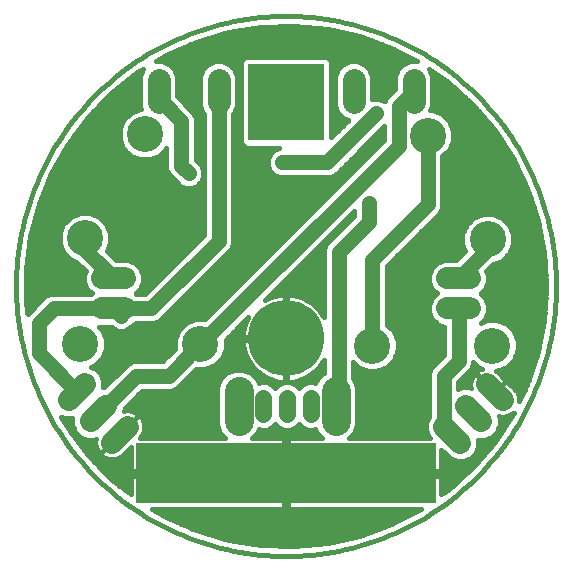
<source format=gbl>
G75*
%MOIN*%
%OFA0B0*%
%FSLAX25Y25*%
%IPPOS*%
%LPD*%
%AMOC8*
5,1,8,0,0,1.08239X$1,22.5*
%
%ADD10C,0.01600*%
%ADD11C,0.07400*%
%ADD12C,0.12000*%
%ADD13C,0.07600*%
%ADD14R,0.25400X0.25400*%
%ADD15C,0.25400*%
%ADD16R,1.00000X0.20000*%
%ADD17C,0.09744*%
%ADD18C,0.05543*%
%ADD19C,0.05000*%
%ADD20OC8,0.03562*%
%ADD21OC8,0.09000*%
%ADD22R,0.03562X0.03562*%
D10*
X0033496Y0032614D02*
X0093508Y0032614D01*
X0093508Y0032634D02*
X0093508Y0031034D01*
X0042508Y0031034D01*
X0042508Y0024850D01*
X0035953Y0030078D01*
X0028215Y0038068D01*
X0021562Y0046981D01*
X0019406Y0050811D01*
X0020908Y0050189D01*
X0023092Y0050189D01*
X0023092Y0048004D01*
X0024021Y0045762D01*
X0025737Y0044046D01*
X0027979Y0043117D01*
X0030405Y0043117D01*
X0030879Y0043314D01*
X0030763Y0042579D01*
X0030763Y0041714D01*
X0030899Y0040858D01*
X0031166Y0040035D01*
X0031559Y0039264D01*
X0032068Y0038563D01*
X0032374Y0038257D01*
X0032680Y0037951D01*
X0033380Y0037442D01*
X0034152Y0037049D01*
X0034975Y0036782D01*
X0035830Y0036646D01*
X0036696Y0036646D01*
X0037551Y0036782D01*
X0038374Y0037049D01*
X0039146Y0037442D01*
X0039846Y0037951D01*
X0042508Y0040613D01*
X0042508Y0032634D01*
X0093508Y0032634D01*
X0093508Y0043634D01*
X0082981Y0043634D01*
X0084690Y0045342D01*
X0085218Y0046617D01*
X0085764Y0046390D01*
X0087821Y0046390D01*
X0089722Y0047178D01*
X0090730Y0048185D01*
X0091737Y0047178D01*
X0093638Y0046390D01*
X0095695Y0046390D01*
X0097596Y0047178D01*
X0098604Y0048185D01*
X0099611Y0047178D01*
X0101512Y0046390D01*
X0103569Y0046390D01*
X0104116Y0046617D01*
X0104643Y0045342D01*
X0106352Y0043634D01*
X0095108Y0043634D01*
X0095108Y0032634D01*
X0093508Y0032634D01*
X0093508Y0034213D02*
X0095108Y0034213D01*
X0095108Y0032634D02*
X0146108Y0032634D01*
X0146108Y0039765D01*
X0148898Y0036975D01*
X0151140Y0036046D01*
X0153567Y0036046D01*
X0155809Y0036975D01*
X0157525Y0038691D01*
X0158454Y0040933D01*
X0158454Y0043117D01*
X0160638Y0043117D01*
X0162880Y0044046D01*
X0164596Y0045762D01*
X0165525Y0048004D01*
X0165525Y0050431D01*
X0165328Y0050905D01*
X0166063Y0050789D01*
X0166929Y0050789D01*
X0167784Y0050924D01*
X0168607Y0051191D01*
X0169378Y0051585D01*
X0170079Y0052093D01*
X0170138Y0052152D01*
X0169939Y0051739D01*
X0163871Y0042418D01*
X0156661Y0033949D01*
X0148427Y0026471D01*
X0146108Y0024853D01*
X0146108Y0031034D01*
X0095108Y0031034D01*
X0095108Y0020034D01*
X0139164Y0020034D01*
X0129444Y0014963D01*
X0119005Y0011121D01*
X0108162Y0008646D01*
X0097090Y0007578D01*
X0085974Y0007935D01*
X0074994Y0009710D01*
X0064331Y0012875D01*
X0054160Y0017377D01*
X0049777Y0020034D01*
X0093508Y0020034D01*
X0093508Y0031034D01*
X0095108Y0031034D01*
X0095108Y0032634D01*
X0095108Y0032614D02*
X0155192Y0032614D01*
X0156886Y0034213D02*
X0146108Y0034213D01*
X0146108Y0035811D02*
X0158247Y0035811D01*
X0159608Y0037410D02*
X0156244Y0037410D01*
X0157656Y0039008D02*
X0160969Y0039008D01*
X0162329Y0040607D02*
X0158318Y0040607D01*
X0158454Y0042205D02*
X0163690Y0042205D01*
X0164773Y0043804D02*
X0162295Y0043804D01*
X0164236Y0045403D02*
X0165814Y0045403D01*
X0165109Y0047001D02*
X0166854Y0047001D01*
X0167895Y0048600D02*
X0165525Y0048600D01*
X0165525Y0050198D02*
X0168935Y0050198D01*
X0169670Y0051797D02*
X0169966Y0051797D01*
X0171996Y0056011D02*
X0171996Y0056721D01*
X0171860Y0057576D01*
X0171593Y0058400D01*
X0171200Y0059171D01*
X0170691Y0059872D01*
X0167768Y0062794D01*
X0164846Y0065716D01*
X0164400Y0066041D01*
X0164760Y0066041D01*
X0167847Y0067319D01*
X0170210Y0069682D01*
X0171489Y0072770D01*
X0171489Y0076111D01*
X0170210Y0079199D01*
X0167847Y0081562D01*
X0164760Y0082841D01*
X0161418Y0082841D01*
X0159239Y0081938D01*
X0160680Y0083378D01*
X0161608Y0085620D01*
X0161608Y0088047D01*
X0160680Y0090289D01*
X0159135Y0091834D01*
X0160680Y0093378D01*
X0161608Y0095620D01*
X0161608Y0098047D01*
X0161123Y0099219D01*
X0163456Y0101551D01*
X0166276Y0102720D01*
X0168639Y0105083D01*
X0169918Y0108170D01*
X0169918Y0111512D01*
X0168639Y0114599D01*
X0166276Y0116962D01*
X0163189Y0118241D01*
X0159847Y0118241D01*
X0156760Y0116962D01*
X0154397Y0114599D01*
X0153118Y0111512D01*
X0153118Y0108170D01*
X0154025Y0105980D01*
X0150979Y0102934D01*
X0146895Y0102934D01*
X0144653Y0102005D01*
X0142937Y0100289D01*
X0142008Y0098047D01*
X0142008Y0095620D01*
X0142937Y0093378D01*
X0144482Y0091834D01*
X0142937Y0090289D01*
X0142008Y0088047D01*
X0142008Y0085620D01*
X0142937Y0083378D01*
X0144653Y0081662D01*
X0146895Y0080734D01*
X0146908Y0080734D01*
X0146908Y0071363D01*
X0142654Y0067109D01*
X0141908Y0065308D01*
X0141908Y0050735D01*
X0141021Y0048592D01*
X0141021Y0046166D01*
X0141950Y0043924D01*
X0142239Y0043634D01*
X0115265Y0043634D01*
X0116973Y0045342D01*
X0118080Y0048015D01*
X0118080Y0060652D01*
X0116973Y0063325D01*
X0116708Y0063590D01*
X0116708Y0068942D01*
X0118331Y0067319D01*
X0121418Y0066041D01*
X0124760Y0066041D01*
X0127847Y0067319D01*
X0130210Y0069682D01*
X0131489Y0072770D01*
X0131489Y0076111D01*
X0130210Y0079199D01*
X0127989Y0081420D01*
X0127989Y0101085D01*
X0145672Y0118768D01*
X0146418Y0120569D01*
X0146418Y0122518D01*
X0146418Y0137503D01*
X0148639Y0139724D01*
X0149918Y0142811D01*
X0149918Y0146153D01*
X0148639Y0149240D01*
X0146276Y0151603D01*
X0143189Y0152882D01*
X0142421Y0152882D01*
X0143008Y0154301D01*
X0143008Y0164367D01*
X0142071Y0166631D01*
X0148427Y0162197D01*
X0156661Y0154719D01*
X0163871Y0146250D01*
X0169939Y0136928D01*
X0174765Y0126907D01*
X0178270Y0116351D01*
X0180396Y0105434D01*
X0181108Y0094334D01*
X0180396Y0083234D01*
X0180396Y0083234D01*
X0178270Y0072317D01*
X0174765Y0061761D01*
X0171996Y0056011D01*
X0171996Y0056592D02*
X0172276Y0056592D01*
X0171661Y0058191D02*
X0173045Y0058191D01*
X0173815Y0059789D02*
X0170751Y0059789D01*
X0169175Y0061388D02*
X0174585Y0061388D01*
X0175172Y0062986D02*
X0167576Y0062986D01*
X0167768Y0062794D02*
X0163879Y0058905D01*
X0157374Y0065410D01*
X0157068Y0065104D01*
X0156559Y0064404D01*
X0156166Y0063632D01*
X0155899Y0062809D01*
X0155763Y0061954D01*
X0155763Y0061088D01*
X0155879Y0060354D01*
X0155405Y0060550D01*
X0152979Y0060550D01*
X0151708Y0060024D01*
X0151708Y0062304D01*
X0154584Y0065180D01*
X0155962Y0066558D01*
X0156708Y0068359D01*
X0156708Y0068942D01*
X0158331Y0067319D01*
X0159640Y0066777D01*
X0159152Y0066618D01*
X0158380Y0066225D01*
X0157680Y0065716D01*
X0157374Y0065410D01*
X0163879Y0058905D01*
X0163879Y0058905D01*
X0163880Y0058905D01*
X0167768Y0062794D01*
X0166362Y0061388D02*
X0166362Y0061388D01*
X0164764Y0059789D02*
X0164764Y0059789D01*
X0162995Y0059789D02*
X0162995Y0059789D01*
X0161397Y0061388D02*
X0161396Y0061388D01*
X0159798Y0062986D02*
X0159798Y0062986D01*
X0158200Y0064585D02*
X0158199Y0064585D01*
X0156691Y0064585D02*
X0153989Y0064585D01*
X0155587Y0066183D02*
X0158323Y0066183D01*
X0157868Y0067782D02*
X0156469Y0067782D01*
X0155956Y0062986D02*
X0152390Y0062986D01*
X0151708Y0061388D02*
X0155763Y0061388D01*
X0165104Y0066183D02*
X0176233Y0066183D01*
X0175702Y0064585D02*
X0165978Y0064585D01*
X0168309Y0067782D02*
X0176764Y0067782D01*
X0177295Y0069380D02*
X0169908Y0069380D01*
X0170747Y0070979D02*
X0177825Y0070979D01*
X0178320Y0072577D02*
X0171409Y0072577D01*
X0171489Y0074176D02*
X0178632Y0074176D01*
X0178943Y0075774D02*
X0171489Y0075774D01*
X0170966Y0077373D02*
X0179254Y0077373D01*
X0179566Y0078971D02*
X0170304Y0078971D01*
X0168839Y0080570D02*
X0179877Y0080570D01*
X0180188Y0082168D02*
X0166383Y0082168D01*
X0160841Y0083767D02*
X0180430Y0083767D01*
X0180533Y0085365D02*
X0161503Y0085365D01*
X0161608Y0086964D02*
X0180635Y0086964D01*
X0180738Y0088562D02*
X0161395Y0088562D01*
X0160733Y0090161D02*
X0180840Y0090161D01*
X0180943Y0091759D02*
X0159209Y0091759D01*
X0160659Y0093358D02*
X0181046Y0093358D01*
X0181068Y0094956D02*
X0161333Y0094956D01*
X0161608Y0096555D02*
X0180966Y0096555D01*
X0180863Y0098153D02*
X0161564Y0098153D01*
X0161656Y0099752D02*
X0180760Y0099752D01*
X0180658Y0101350D02*
X0163255Y0101350D01*
X0166505Y0102949D02*
X0180555Y0102949D01*
X0180453Y0104547D02*
X0168104Y0104547D01*
X0169080Y0106146D02*
X0180257Y0106146D01*
X0179946Y0107744D02*
X0169742Y0107744D01*
X0169918Y0109343D02*
X0179634Y0109343D01*
X0179323Y0110941D02*
X0169918Y0110941D01*
X0169492Y0112540D02*
X0179012Y0112540D01*
X0178700Y0114138D02*
X0168830Y0114138D01*
X0167501Y0115737D02*
X0178389Y0115737D01*
X0177943Y0117336D02*
X0165375Y0117336D01*
X0157661Y0117336D02*
X0144240Y0117336D01*
X0145741Y0118934D02*
X0177412Y0118934D01*
X0176881Y0120533D02*
X0146403Y0120533D01*
X0146418Y0122131D02*
X0176350Y0122131D01*
X0175820Y0123730D02*
X0146418Y0123730D01*
X0146418Y0125328D02*
X0175289Y0125328D01*
X0174755Y0126927D02*
X0146418Y0126927D01*
X0146418Y0128525D02*
X0173985Y0128525D01*
X0173216Y0130124D02*
X0146418Y0130124D01*
X0146418Y0131722D02*
X0172446Y0131722D01*
X0171676Y0133321D02*
X0146418Y0133321D01*
X0146418Y0134919D02*
X0170906Y0134919D01*
X0170136Y0136518D02*
X0146418Y0136518D01*
X0147032Y0138116D02*
X0169165Y0138116D01*
X0168125Y0139715D02*
X0148630Y0139715D01*
X0149298Y0141313D02*
X0167084Y0141313D01*
X0166044Y0142912D02*
X0149918Y0142912D01*
X0149918Y0144510D02*
X0165003Y0144510D01*
X0163963Y0146109D02*
X0149918Y0146109D01*
X0149274Y0147707D02*
X0162630Y0147707D01*
X0161269Y0149306D02*
X0148574Y0149306D01*
X0146975Y0150904D02*
X0159909Y0150904D01*
X0158548Y0152503D02*
X0144104Y0152503D01*
X0142926Y0154101D02*
X0157187Y0154101D01*
X0155581Y0155700D02*
X0143008Y0155700D01*
X0143008Y0157298D02*
X0153821Y0157298D01*
X0152061Y0158897D02*
X0143008Y0158897D01*
X0143008Y0160495D02*
X0150301Y0160495D01*
X0148541Y0162094D02*
X0143008Y0162094D01*
X0143008Y0163692D02*
X0146283Y0163692D01*
X0143992Y0165291D02*
X0142626Y0165291D01*
X0137822Y0169334D02*
X0135575Y0169334D01*
X0133296Y0168390D01*
X0131552Y0166646D01*
X0130608Y0164367D01*
X0130608Y0160063D01*
X0129033Y0158488D01*
X0129033Y0158488D01*
X0127654Y0157109D01*
X0127159Y0155913D01*
X0127084Y0155988D01*
X0125283Y0156734D01*
X0123334Y0156734D01*
X0123008Y0156599D01*
X0123008Y0164367D01*
X0122064Y0166646D01*
X0120320Y0168390D01*
X0118042Y0169334D01*
X0115575Y0169334D01*
X0113296Y0168390D01*
X0111552Y0166646D01*
X0110608Y0164367D01*
X0110608Y0154301D01*
X0111552Y0152022D01*
X0113296Y0150278D01*
X0115083Y0149538D01*
X0109408Y0143863D01*
X0109408Y0168751D01*
X0109043Y0169633D01*
X0108368Y0170309D01*
X0107486Y0170674D01*
X0081131Y0170674D01*
X0080249Y0170309D01*
X0079574Y0169633D01*
X0079208Y0168751D01*
X0079208Y0142397D01*
X0079574Y0141514D01*
X0080249Y0140839D01*
X0081131Y0140474D01*
X0092060Y0140474D01*
X0090283Y0139738D01*
X0088904Y0138359D01*
X0088158Y0136558D01*
X0088158Y0134609D01*
X0088904Y0132808D01*
X0090283Y0131430D01*
X0092084Y0130684D01*
X0109033Y0130684D01*
X0110834Y0131430D01*
X0126908Y0147504D01*
X0126908Y0143026D01*
X0067241Y0083358D01*
X0064100Y0083358D01*
X0061012Y0082079D01*
X0058649Y0079716D01*
X0057370Y0076629D01*
X0057370Y0073488D01*
X0053116Y0069234D01*
X0043334Y0069234D01*
X0041533Y0068488D01*
X0033595Y0060550D01*
X0033454Y0060550D01*
X0033454Y0062734D01*
X0032525Y0064976D01*
X0030809Y0066692D01*
X0029287Y0067323D01*
X0030529Y0067837D01*
X0032892Y0070200D01*
X0034170Y0073287D01*
X0034170Y0076629D01*
X0032892Y0079716D01*
X0031859Y0080748D01*
X0031895Y0080734D01*
X0035979Y0080734D01*
X0036533Y0080180D01*
X0038334Y0079434D01*
X0040283Y0079434D01*
X0042084Y0080180D01*
X0043286Y0081382D01*
X0043964Y0081662D01*
X0044235Y0081934D01*
X0050283Y0081934D01*
X0052084Y0082680D01*
X0074584Y0105180D01*
X0075962Y0106558D01*
X0076708Y0108359D01*
X0076708Y0151666D01*
X0077064Y0152022D01*
X0078008Y0154301D01*
X0078008Y0164367D01*
X0077064Y0166646D01*
X0075320Y0168390D01*
X0073042Y0169334D01*
X0070575Y0169334D01*
X0068296Y0168390D01*
X0066552Y0166646D01*
X0065608Y0164367D01*
X0065608Y0154301D01*
X0066552Y0152022D01*
X0066908Y0151666D01*
X0066908Y0111363D01*
X0047279Y0091734D01*
X0044235Y0091734D01*
X0044135Y0091834D01*
X0045680Y0093378D01*
X0046608Y0095620D01*
X0046608Y0098047D01*
X0045680Y0100289D01*
X0043964Y0102005D01*
X0041722Y0102934D01*
X0037638Y0102934D01*
X0034568Y0106004D01*
X0035637Y0108585D01*
X0035637Y0111927D01*
X0034358Y0115014D01*
X0031995Y0117377D01*
X0028908Y0118656D01*
X0025566Y0118656D01*
X0022479Y0117377D01*
X0020116Y0115014D01*
X0018837Y0111927D01*
X0018837Y0108585D01*
X0020116Y0105498D01*
X0022479Y0103135D01*
X0024354Y0102358D01*
X0027494Y0099219D01*
X0027008Y0098047D01*
X0027008Y0095620D01*
X0027937Y0093378D01*
X0029482Y0091834D01*
X0029382Y0091734D01*
X0015834Y0091734D01*
X0014033Y0090988D01*
X0012654Y0089609D01*
X0008158Y0085113D01*
X0007687Y0088772D01*
X0007687Y0099895D01*
X0009109Y0110926D01*
X0011930Y0121685D01*
X0016104Y0131995D01*
X0021562Y0141686D01*
X0028215Y0150600D01*
X0035953Y0158590D01*
X0044649Y0165525D01*
X0046636Y0166729D01*
X0046552Y0166646D01*
X0045608Y0164367D01*
X0045608Y0154301D01*
X0046024Y0153297D01*
X0045566Y0153297D01*
X0042479Y0152018D01*
X0040116Y0149655D01*
X0038837Y0146568D01*
X0038837Y0143226D01*
X0040116Y0140139D01*
X0042479Y0137776D01*
X0045566Y0136497D01*
X0048908Y0136497D01*
X0051995Y0137776D01*
X0054358Y0140139D01*
X0054408Y0140259D01*
X0054408Y0133359D01*
X0055154Y0131558D01*
X0056533Y0130180D01*
X0059033Y0127680D01*
X0060834Y0126934D01*
X0062783Y0126934D01*
X0064584Y0127680D01*
X0065962Y0129058D01*
X0066708Y0130859D01*
X0066708Y0132808D01*
X0065962Y0134609D01*
X0064208Y0136363D01*
X0064208Y0150308D01*
X0063462Y0152109D01*
X0058008Y0157563D01*
X0058008Y0164367D01*
X0057064Y0166646D01*
X0055320Y0168390D01*
X0053042Y0169334D01*
X0050932Y0169334D01*
X0054160Y0171291D01*
X0064331Y0175793D01*
X0074994Y0178958D01*
X0085974Y0180733D01*
X0097090Y0181089D01*
X0108162Y0180021D01*
X0119005Y0177546D01*
X0129444Y0173705D01*
X0137822Y0169334D01*
X0136379Y0170086D02*
X0108590Y0170086D01*
X0109408Y0168488D02*
X0113533Y0168488D01*
X0111796Y0166889D02*
X0109408Y0166889D01*
X0109408Y0165291D02*
X0110991Y0165291D01*
X0110608Y0163692D02*
X0109408Y0163692D01*
X0109408Y0162094D02*
X0110608Y0162094D01*
X0110608Y0160495D02*
X0109408Y0160495D01*
X0109408Y0158897D02*
X0110608Y0158897D01*
X0110608Y0157298D02*
X0109408Y0157298D01*
X0109408Y0155700D02*
X0110608Y0155700D01*
X0110691Y0154101D02*
X0109408Y0154101D01*
X0109408Y0152503D02*
X0111353Y0152503D01*
X0112670Y0150904D02*
X0109408Y0150904D01*
X0109408Y0149306D02*
X0114851Y0149306D01*
X0113252Y0147707D02*
X0109408Y0147707D01*
X0109408Y0146109D02*
X0111654Y0146109D01*
X0110055Y0144510D02*
X0109408Y0144510D01*
X0115922Y0136518D02*
X0120400Y0136518D01*
X0118802Y0134919D02*
X0114323Y0134919D01*
X0112725Y0133321D02*
X0117203Y0133321D01*
X0115605Y0131722D02*
X0111126Y0131722D01*
X0112408Y0128525D02*
X0076708Y0128525D01*
X0076708Y0126927D02*
X0110809Y0126927D01*
X0109211Y0125328D02*
X0076708Y0125328D01*
X0076708Y0123730D02*
X0107612Y0123730D01*
X0106014Y0122131D02*
X0076708Y0122131D01*
X0076708Y0120533D02*
X0104415Y0120533D01*
X0102817Y0118934D02*
X0076708Y0118934D01*
X0076708Y0117336D02*
X0101218Y0117336D01*
X0099620Y0115737D02*
X0076708Y0115737D01*
X0076708Y0114138D02*
X0098021Y0114138D01*
X0096423Y0112540D02*
X0076708Y0112540D01*
X0076708Y0110941D02*
X0094824Y0110941D01*
X0093226Y0109343D02*
X0076708Y0109343D01*
X0076454Y0107744D02*
X0091627Y0107744D01*
X0090029Y0106146D02*
X0075550Y0106146D01*
X0073952Y0104547D02*
X0088430Y0104547D01*
X0086832Y0102949D02*
X0072353Y0102949D01*
X0070755Y0101350D02*
X0085233Y0101350D01*
X0083635Y0099752D02*
X0069156Y0099752D01*
X0067558Y0098153D02*
X0082036Y0098153D01*
X0080438Y0096555D02*
X0065959Y0096555D01*
X0064361Y0094956D02*
X0078839Y0094956D01*
X0077241Y0093358D02*
X0062762Y0093358D01*
X0061164Y0091759D02*
X0075642Y0091759D01*
X0074044Y0090161D02*
X0059565Y0090161D01*
X0057967Y0088562D02*
X0072445Y0088562D01*
X0070847Y0086964D02*
X0056368Y0086964D01*
X0054769Y0085365D02*
X0069248Y0085365D01*
X0067649Y0083767D02*
X0053171Y0083767D01*
X0050849Y0082168D02*
X0061227Y0082168D01*
X0059503Y0080570D02*
X0042474Y0080570D01*
X0036143Y0080570D02*
X0032038Y0080570D01*
X0033200Y0078971D02*
X0058341Y0078971D01*
X0057679Y0077373D02*
X0033862Y0077373D01*
X0034170Y0075774D02*
X0057370Y0075774D01*
X0057370Y0074176D02*
X0034170Y0074176D01*
X0033876Y0072577D02*
X0056460Y0072577D01*
X0054861Y0070979D02*
X0033214Y0070979D01*
X0032072Y0069380D02*
X0053263Y0069380D01*
X0060728Y0062986D02*
X0072220Y0062986D01*
X0072360Y0063325D02*
X0071253Y0060652D01*
X0071253Y0048015D01*
X0072360Y0045342D01*
X0074069Y0043634D01*
X0045529Y0043634D01*
X0045691Y0043796D01*
X0046200Y0044496D01*
X0046593Y0045268D01*
X0046860Y0046091D01*
X0046996Y0046946D01*
X0046996Y0047812D01*
X0046860Y0048667D01*
X0046593Y0049490D01*
X0046200Y0050262D01*
X0045691Y0050962D01*
X0045385Y0051268D01*
X0038880Y0044763D01*
X0038879Y0044763D01*
X0038879Y0044763D01*
X0032374Y0038257D01*
X0038879Y0044763D01*
X0045385Y0051268D01*
X0045079Y0051574D01*
X0044378Y0052083D01*
X0043607Y0052476D01*
X0042784Y0052744D01*
X0041929Y0052879D01*
X0041063Y0052879D01*
X0040328Y0052763D01*
X0040525Y0053237D01*
X0040525Y0053620D01*
X0046338Y0059434D01*
X0056121Y0059434D01*
X0057922Y0060180D01*
X0059300Y0061558D01*
X0059300Y0061558D01*
X0064300Y0066558D01*
X0067441Y0066558D01*
X0070529Y0067837D01*
X0072892Y0070200D01*
X0074170Y0073287D01*
X0074170Y0076428D01*
X0081646Y0083904D01*
X0081185Y0083041D01*
X0080639Y0081725D01*
X0080226Y0080361D01*
X0079948Y0078964D01*
X0079808Y0077546D01*
X0079808Y0077313D01*
X0093829Y0077313D01*
X0093829Y0076354D01*
X0094788Y0076354D01*
X0094788Y0062334D01*
X0095021Y0062334D01*
X0096438Y0062473D01*
X0097836Y0062751D01*
X0099199Y0063165D01*
X0100515Y0063710D01*
X0101772Y0064382D01*
X0102956Y0065173D01*
X0104058Y0066077D01*
X0105065Y0067084D01*
X0105969Y0068186D01*
X0106760Y0069370D01*
X0106908Y0069647D01*
X0106908Y0065462D01*
X0106689Y0065371D01*
X0104643Y0063325D01*
X0104116Y0062051D01*
X0103569Y0062277D01*
X0101512Y0062277D01*
X0099611Y0061490D01*
X0098604Y0060482D01*
X0097596Y0061490D01*
X0095695Y0062277D01*
X0093638Y0062277D01*
X0091737Y0061490D01*
X0090730Y0060482D01*
X0089722Y0061490D01*
X0087821Y0062277D01*
X0085764Y0062277D01*
X0085218Y0062051D01*
X0084690Y0063325D01*
X0082644Y0065371D01*
X0079971Y0066478D01*
X0077078Y0066478D01*
X0074406Y0065371D01*
X0072360Y0063325D01*
X0073619Y0064585D02*
X0062327Y0064585D01*
X0063925Y0066183D02*
X0076367Y0066183D01*
X0080683Y0066183D02*
X0084453Y0066183D01*
X0084559Y0066077D02*
X0085660Y0065173D01*
X0086845Y0064382D01*
X0088101Y0063710D01*
X0089418Y0063165D01*
X0090781Y0062751D01*
X0092178Y0062473D01*
X0093596Y0062334D01*
X0093829Y0062334D01*
X0093829Y0076354D01*
X0079808Y0076354D01*
X0079808Y0076121D01*
X0079948Y0074704D01*
X0080226Y0073306D01*
X0080639Y0071943D01*
X0081185Y0070627D01*
X0081856Y0069370D01*
X0082648Y0068186D01*
X0083552Y0067084D01*
X0084559Y0066077D01*
X0083430Y0064585D02*
X0086541Y0064585D01*
X0084830Y0062986D02*
X0090007Y0062986D01*
X0089824Y0061388D02*
X0091635Y0061388D01*
X0093829Y0062986D02*
X0094788Y0062986D01*
X0094788Y0064585D02*
X0093829Y0064585D01*
X0093829Y0066183D02*
X0094788Y0066183D01*
X0094788Y0067782D02*
X0093829Y0067782D01*
X0093829Y0069380D02*
X0094788Y0069380D01*
X0094788Y0070979D02*
X0093829Y0070979D01*
X0093829Y0072577D02*
X0094788Y0072577D01*
X0094788Y0074176D02*
X0093829Y0074176D01*
X0093829Y0075774D02*
X0094788Y0075774D01*
X0094788Y0077313D02*
X0093829Y0077313D01*
X0093829Y0091334D01*
X0093596Y0091334D01*
X0092178Y0091194D01*
X0090781Y0090916D01*
X0089418Y0090503D01*
X0088101Y0089957D01*
X0087238Y0089496D01*
X0116908Y0119166D01*
X0116908Y0117613D01*
X0109033Y0109738D01*
X0107654Y0108359D01*
X0106908Y0106558D01*
X0106908Y0084020D01*
X0106760Y0084297D01*
X0105969Y0085482D01*
X0105065Y0086583D01*
X0104058Y0087591D01*
X0102956Y0088494D01*
X0101772Y0089286D01*
X0100515Y0089957D01*
X0099199Y0090503D01*
X0097836Y0090916D01*
X0096438Y0091194D01*
X0095021Y0091334D01*
X0094788Y0091334D01*
X0094788Y0077313D01*
X0094788Y0077373D02*
X0093829Y0077373D01*
X0093829Y0078971D02*
X0094788Y0078971D01*
X0094788Y0080570D02*
X0093829Y0080570D01*
X0093829Y0082168D02*
X0094788Y0082168D01*
X0094788Y0083767D02*
X0093829Y0083767D01*
X0093829Y0085365D02*
X0094788Y0085365D01*
X0094788Y0086964D02*
X0093829Y0086964D01*
X0093829Y0088562D02*
X0094788Y0088562D01*
X0094788Y0090161D02*
X0093829Y0090161D01*
X0091100Y0093358D02*
X0106908Y0093358D01*
X0106908Y0094956D02*
X0092698Y0094956D01*
X0004308Y0094334D02*
X0004335Y0096543D01*
X0004416Y0098750D01*
X0004552Y0100955D01*
X0004741Y0103156D01*
X0004985Y0105351D01*
X0005282Y0107540D01*
X0005633Y0109721D01*
X0006037Y0111892D01*
X0006495Y0114053D01*
X0007005Y0116202D01*
X0007568Y0118338D01*
X0008183Y0120460D01*
X0008850Y0122565D01*
X0009569Y0124654D01*
X0010339Y0126725D01*
X0011159Y0128776D01*
X0012029Y0130806D01*
X0012949Y0132814D01*
X0013918Y0134799D01*
X0014935Y0136760D01*
X0016000Y0138695D01*
X0017112Y0140603D01*
X0018271Y0142484D01*
X0019476Y0144335D01*
X0020725Y0146157D01*
X0022019Y0147947D01*
X0023357Y0149705D01*
X0024737Y0151429D01*
X0026159Y0153120D01*
X0027622Y0154774D01*
X0029126Y0156393D01*
X0030668Y0157974D01*
X0032249Y0159516D01*
X0033868Y0161020D01*
X0035522Y0162483D01*
X0037213Y0163905D01*
X0038937Y0165285D01*
X0040695Y0166623D01*
X0042485Y0167917D01*
X0044307Y0169166D01*
X0046158Y0170371D01*
X0048039Y0171530D01*
X0049947Y0172642D01*
X0051882Y0173707D01*
X0053843Y0174724D01*
X0055828Y0175693D01*
X0057836Y0176613D01*
X0059866Y0177483D01*
X0061917Y0178303D01*
X0063988Y0179073D01*
X0066077Y0179792D01*
X0068182Y0180459D01*
X0070304Y0181074D01*
X0072440Y0181637D01*
X0074589Y0182147D01*
X0076750Y0182605D01*
X0078921Y0183009D01*
X0081102Y0183360D01*
X0083291Y0183657D01*
X0085486Y0183901D01*
X0087687Y0184090D01*
X0089892Y0184226D01*
X0092099Y0184307D01*
X0094308Y0184334D01*
X0096517Y0184307D01*
X0098724Y0184226D01*
X0100929Y0184090D01*
X0103130Y0183901D01*
X0105325Y0183657D01*
X0107514Y0183360D01*
X0109695Y0183009D01*
X0111866Y0182605D01*
X0114027Y0182147D01*
X0116176Y0181637D01*
X0118312Y0181074D01*
X0120434Y0180459D01*
X0122539Y0179792D01*
X0124628Y0179073D01*
X0126699Y0178303D01*
X0128750Y0177483D01*
X0130780Y0176613D01*
X0132788Y0175693D01*
X0134773Y0174724D01*
X0136734Y0173707D01*
X0138669Y0172642D01*
X0140577Y0171530D01*
X0142458Y0170371D01*
X0144309Y0169166D01*
X0146131Y0167917D01*
X0147921Y0166623D01*
X0149679Y0165285D01*
X0151403Y0163905D01*
X0153094Y0162483D01*
X0154748Y0161020D01*
X0156367Y0159516D01*
X0157948Y0157974D01*
X0159490Y0156393D01*
X0160994Y0154774D01*
X0162457Y0153120D01*
X0163879Y0151429D01*
X0165259Y0149705D01*
X0166597Y0147947D01*
X0167891Y0146157D01*
X0169140Y0144335D01*
X0170345Y0142484D01*
X0171504Y0140603D01*
X0172616Y0138695D01*
X0173681Y0136760D01*
X0174698Y0134799D01*
X0175667Y0132814D01*
X0176587Y0130806D01*
X0177457Y0128776D01*
X0178277Y0126725D01*
X0179047Y0124654D01*
X0179766Y0122565D01*
X0180433Y0120460D01*
X0181048Y0118338D01*
X0181611Y0116202D01*
X0182121Y0114053D01*
X0182579Y0111892D01*
X0182983Y0109721D01*
X0183334Y0107540D01*
X0183631Y0105351D01*
X0183875Y0103156D01*
X0184064Y0100955D01*
X0184200Y0098750D01*
X0184281Y0096543D01*
X0184308Y0094334D01*
X0184281Y0092125D01*
X0184200Y0089918D01*
X0184064Y0087713D01*
X0183875Y0085512D01*
X0183631Y0083317D01*
X0183334Y0081128D01*
X0182983Y0078947D01*
X0182579Y0076776D01*
X0182121Y0074615D01*
X0181611Y0072466D01*
X0181048Y0070330D01*
X0180433Y0068208D01*
X0179766Y0066103D01*
X0179047Y0064014D01*
X0178277Y0061943D01*
X0177457Y0059892D01*
X0176587Y0057862D01*
X0175667Y0055854D01*
X0174698Y0053869D01*
X0173681Y0051908D01*
X0172616Y0049973D01*
X0171504Y0048065D01*
X0170345Y0046184D01*
X0169140Y0044333D01*
X0167891Y0042511D01*
X0166597Y0040721D01*
X0165259Y0038963D01*
X0163879Y0037239D01*
X0162457Y0035548D01*
X0160994Y0033894D01*
X0159490Y0032275D01*
X0157948Y0030694D01*
X0156367Y0029152D01*
X0154748Y0027648D01*
X0153094Y0026185D01*
X0151403Y0024763D01*
X0149679Y0023383D01*
X0147921Y0022045D01*
X0146131Y0020751D01*
X0144309Y0019502D01*
X0142458Y0018297D01*
X0140577Y0017138D01*
X0138669Y0016026D01*
X0136734Y0014961D01*
X0134773Y0013944D01*
X0132788Y0012975D01*
X0130780Y0012055D01*
X0128750Y0011185D01*
X0126699Y0010365D01*
X0124628Y0009595D01*
X0122539Y0008876D01*
X0120434Y0008209D01*
X0118312Y0007594D01*
X0116176Y0007031D01*
X0114027Y0006521D01*
X0111866Y0006063D01*
X0109695Y0005659D01*
X0107514Y0005308D01*
X0105325Y0005011D01*
X0103130Y0004767D01*
X0100929Y0004578D01*
X0098724Y0004442D01*
X0096517Y0004361D01*
X0094308Y0004334D01*
X0092099Y0004361D01*
X0089892Y0004442D01*
X0087687Y0004578D01*
X0085486Y0004767D01*
X0083291Y0005011D01*
X0081102Y0005308D01*
X0078921Y0005659D01*
X0076750Y0006063D01*
X0074589Y0006521D01*
X0072440Y0007031D01*
X0070304Y0007594D01*
X0068182Y0008209D01*
X0066077Y0008876D01*
X0063988Y0009595D01*
X0061917Y0010365D01*
X0059866Y0011185D01*
X0057836Y0012055D01*
X0055828Y0012975D01*
X0053843Y0013944D01*
X0051882Y0014961D01*
X0049947Y0016026D01*
X0048039Y0017138D01*
X0046158Y0018297D01*
X0044307Y0019502D01*
X0042485Y0020751D01*
X0040695Y0022045D01*
X0038937Y0023383D01*
X0037213Y0024763D01*
X0035522Y0026185D01*
X0033868Y0027648D01*
X0032249Y0029152D01*
X0030668Y0030694D01*
X0029126Y0032275D01*
X0027622Y0033894D01*
X0026159Y0035548D01*
X0024737Y0037239D01*
X0023357Y0038963D01*
X0022019Y0040721D01*
X0020725Y0042511D01*
X0019476Y0044333D01*
X0018271Y0046184D01*
X0017112Y0048065D01*
X0016000Y0049973D01*
X0014935Y0051908D01*
X0013918Y0053869D01*
X0012949Y0055854D01*
X0012029Y0057862D01*
X0011159Y0059892D01*
X0010339Y0061943D01*
X0009569Y0064014D01*
X0008850Y0066103D01*
X0008183Y0068208D01*
X0007568Y0070330D01*
X0007005Y0072466D01*
X0006495Y0074615D01*
X0006037Y0076776D01*
X0005633Y0078947D01*
X0005282Y0081128D01*
X0004985Y0083317D01*
X0004741Y0085512D01*
X0004552Y0087713D01*
X0004416Y0089918D01*
X0004335Y0092125D01*
X0004308Y0094334D01*
X0007687Y0094956D02*
X0027283Y0094956D01*
X0027008Y0096555D02*
X0007687Y0096555D01*
X0007687Y0098153D02*
X0027052Y0098153D01*
X0026961Y0099752D02*
X0007687Y0099752D01*
X0007874Y0101350D02*
X0025362Y0101350D01*
X0022928Y0102949D02*
X0008080Y0102949D01*
X0008287Y0104547D02*
X0021067Y0104547D01*
X0019848Y0106146D02*
X0008493Y0106146D01*
X0008699Y0107744D02*
X0019186Y0107744D01*
X0018837Y0109343D02*
X0008905Y0109343D01*
X0009113Y0110941D02*
X0018837Y0110941D01*
X0019091Y0112540D02*
X0009532Y0112540D01*
X0009951Y0114138D02*
X0019753Y0114138D01*
X0020839Y0115737D02*
X0010370Y0115737D01*
X0010790Y0117336D02*
X0022437Y0117336D01*
X0013405Y0125328D02*
X0066908Y0125328D01*
X0066908Y0123730D02*
X0012758Y0123730D01*
X0012111Y0122131D02*
X0066908Y0122131D01*
X0066908Y0120533D02*
X0011628Y0120533D01*
X0011209Y0118934D02*
X0066908Y0118934D01*
X0066908Y0117336D02*
X0032037Y0117336D01*
X0033636Y0115737D02*
X0066908Y0115737D01*
X0066908Y0114138D02*
X0034721Y0114138D01*
X0035383Y0112540D02*
X0066908Y0112540D01*
X0066486Y0110941D02*
X0035637Y0110941D01*
X0035637Y0109343D02*
X0064888Y0109343D01*
X0063289Y0107744D02*
X0035289Y0107744D01*
X0034627Y0106146D02*
X0061691Y0106146D01*
X0060092Y0104547D02*
X0036024Y0104547D01*
X0037623Y0102949D02*
X0058494Y0102949D01*
X0056895Y0101350D02*
X0044618Y0101350D01*
X0045902Y0099752D02*
X0055297Y0099752D01*
X0053698Y0098153D02*
X0046564Y0098153D01*
X0046608Y0096555D02*
X0052100Y0096555D01*
X0050501Y0094956D02*
X0046333Y0094956D01*
X0045659Y0093358D02*
X0048903Y0093358D01*
X0047304Y0091759D02*
X0044209Y0091759D01*
X0029407Y0091759D02*
X0007687Y0091759D01*
X0007687Y0090161D02*
X0013206Y0090161D01*
X0011607Y0088562D02*
X0007714Y0088562D01*
X0007920Y0086964D02*
X0010009Y0086964D01*
X0008410Y0085365D02*
X0008126Y0085365D01*
X0007687Y0093358D02*
X0027958Y0093358D01*
X0030395Y0067782D02*
X0040827Y0067782D01*
X0039228Y0066183D02*
X0031318Y0066183D01*
X0032687Y0064585D02*
X0037630Y0064585D01*
X0036031Y0062986D02*
X0033349Y0062986D01*
X0033454Y0061388D02*
X0034433Y0061388D01*
X0041898Y0054994D02*
X0071253Y0054994D01*
X0071253Y0056592D02*
X0043496Y0056592D01*
X0045095Y0058191D02*
X0071253Y0058191D01*
X0071253Y0059789D02*
X0056979Y0059789D01*
X0059130Y0061388D02*
X0071557Y0061388D01*
X0070395Y0067782D02*
X0082979Y0067782D01*
X0081851Y0069380D02*
X0072072Y0069380D01*
X0073214Y0070979D02*
X0081039Y0070979D01*
X0080447Y0072577D02*
X0073876Y0072577D01*
X0074170Y0074176D02*
X0080053Y0074176D01*
X0079843Y0075774D02*
X0074170Y0075774D01*
X0075115Y0077373D02*
X0079808Y0077373D01*
X0079949Y0078971D02*
X0076713Y0078971D01*
X0078312Y0080570D02*
X0080289Y0080570D01*
X0079910Y0082168D02*
X0080823Y0082168D01*
X0081509Y0083767D02*
X0081573Y0083767D01*
X0087903Y0090161D02*
X0088592Y0090161D01*
X0089501Y0091759D02*
X0106908Y0091759D01*
X0106908Y0090161D02*
X0100024Y0090161D01*
X0102855Y0088562D02*
X0106908Y0088562D01*
X0106908Y0086964D02*
X0104684Y0086964D01*
X0106047Y0085365D02*
X0106908Y0085365D01*
X0106908Y0096555D02*
X0094297Y0096555D01*
X0095895Y0098153D02*
X0106908Y0098153D01*
X0106908Y0099752D02*
X0097494Y0099752D01*
X0099092Y0101350D02*
X0106908Y0101350D01*
X0106908Y0102949D02*
X0100691Y0102949D01*
X0102289Y0104547D02*
X0106908Y0104547D01*
X0106908Y0106146D02*
X0103888Y0106146D01*
X0105486Y0107744D02*
X0107400Y0107744D01*
X0107085Y0109343D02*
X0108638Y0109343D01*
X0108683Y0110941D02*
X0110236Y0110941D01*
X0110282Y0112540D02*
X0111835Y0112540D01*
X0111880Y0114138D02*
X0113433Y0114138D01*
X0113479Y0115737D02*
X0115032Y0115737D01*
X0115077Y0117336D02*
X0116630Y0117336D01*
X0116676Y0118934D02*
X0116908Y0118934D01*
X0114006Y0130124D02*
X0076708Y0130124D01*
X0076708Y0131722D02*
X0089990Y0131722D01*
X0088692Y0133321D02*
X0076708Y0133321D01*
X0076708Y0134919D02*
X0088158Y0134919D01*
X0088158Y0136518D02*
X0076708Y0136518D01*
X0076708Y0138116D02*
X0088804Y0138116D01*
X0090260Y0139715D02*
X0076708Y0139715D01*
X0076708Y0141313D02*
X0079775Y0141313D01*
X0079208Y0142912D02*
X0076708Y0142912D01*
X0076708Y0144510D02*
X0079208Y0144510D01*
X0079208Y0146109D02*
X0076708Y0146109D01*
X0076708Y0147707D02*
X0079208Y0147707D01*
X0079208Y0149306D02*
X0076708Y0149306D01*
X0076708Y0150904D02*
X0079208Y0150904D01*
X0079208Y0152503D02*
X0077264Y0152503D01*
X0077926Y0154101D02*
X0079208Y0154101D01*
X0079208Y0155700D02*
X0078008Y0155700D01*
X0078008Y0157298D02*
X0079208Y0157298D01*
X0079208Y0158897D02*
X0078008Y0158897D01*
X0078008Y0160495D02*
X0079208Y0160495D01*
X0079208Y0162094D02*
X0078008Y0162094D01*
X0078008Y0163692D02*
X0079208Y0163692D01*
X0079208Y0165291D02*
X0077626Y0165291D01*
X0076821Y0166889D02*
X0079208Y0166889D01*
X0079208Y0168488D02*
X0075084Y0168488D01*
X0080027Y0170086D02*
X0052174Y0170086D01*
X0055051Y0171685D02*
X0133315Y0171685D01*
X0130251Y0173283D02*
X0058662Y0173283D01*
X0062273Y0174882D02*
X0126245Y0174882D01*
X0121901Y0176480D02*
X0066647Y0176480D01*
X0072033Y0178079D02*
X0116671Y0178079D01*
X0109667Y0179677D02*
X0079447Y0179677D01*
X0068533Y0168488D02*
X0055084Y0168488D01*
X0056821Y0166889D02*
X0066796Y0166889D01*
X0065991Y0165291D02*
X0057626Y0165291D01*
X0058008Y0163692D02*
X0065608Y0163692D01*
X0065608Y0162094D02*
X0058008Y0162094D01*
X0058008Y0160495D02*
X0065608Y0160495D01*
X0065608Y0158897D02*
X0058008Y0158897D01*
X0058273Y0157298D02*
X0065608Y0157298D01*
X0065608Y0155700D02*
X0059872Y0155700D01*
X0061470Y0154101D02*
X0065691Y0154101D01*
X0066353Y0152503D02*
X0063069Y0152503D01*
X0063962Y0150904D02*
X0066908Y0150904D01*
X0066908Y0149306D02*
X0064208Y0149306D01*
X0064208Y0147707D02*
X0066908Y0147707D01*
X0066908Y0146109D02*
X0064208Y0146109D01*
X0064208Y0144510D02*
X0066908Y0144510D01*
X0066908Y0142912D02*
X0064208Y0142912D01*
X0064208Y0141313D02*
X0066908Y0141313D01*
X0066908Y0139715D02*
X0064208Y0139715D01*
X0064208Y0138116D02*
X0066908Y0138116D01*
X0066908Y0136518D02*
X0064208Y0136518D01*
X0065653Y0134919D02*
X0066908Y0134919D01*
X0066908Y0133321D02*
X0066496Y0133321D01*
X0066708Y0131722D02*
X0066908Y0131722D01*
X0066908Y0130124D02*
X0066404Y0130124D01*
X0066908Y0128525D02*
X0065429Y0128525D01*
X0066908Y0126927D02*
X0014052Y0126927D01*
X0014699Y0128525D02*
X0058187Y0128525D01*
X0056589Y0130124D02*
X0015347Y0130124D01*
X0015994Y0131722D02*
X0055086Y0131722D01*
X0054424Y0133321D02*
X0016851Y0133321D01*
X0017751Y0134919D02*
X0054408Y0134919D01*
X0054408Y0136518D02*
X0048958Y0136518D01*
X0045517Y0136518D02*
X0018651Y0136518D01*
X0019552Y0138116D02*
X0042139Y0138116D01*
X0040540Y0139715D02*
X0020452Y0139715D01*
X0021352Y0141313D02*
X0039630Y0141313D01*
X0038968Y0142912D02*
X0022477Y0142912D01*
X0023670Y0144510D02*
X0038837Y0144510D01*
X0038837Y0146109D02*
X0024863Y0146109D01*
X0026056Y0147707D02*
X0039309Y0147707D01*
X0039971Y0149306D02*
X0027249Y0149306D01*
X0028509Y0150904D02*
X0041365Y0150904D01*
X0043649Y0152503D02*
X0030058Y0152503D01*
X0031606Y0154101D02*
X0045691Y0154101D01*
X0045608Y0155700D02*
X0033154Y0155700D01*
X0034702Y0157298D02*
X0045608Y0157298D01*
X0045608Y0158897D02*
X0036337Y0158897D01*
X0038342Y0160495D02*
X0045608Y0160495D01*
X0045608Y0162094D02*
X0040346Y0162094D01*
X0042351Y0163692D02*
X0045608Y0163692D01*
X0045991Y0165291D02*
X0044355Y0165291D01*
X0053934Y0139715D02*
X0054408Y0139715D01*
X0054408Y0138116D02*
X0052336Y0138116D01*
X0117520Y0138116D02*
X0121999Y0138116D01*
X0123597Y0139715D02*
X0119119Y0139715D01*
X0120717Y0141313D02*
X0125196Y0141313D01*
X0126794Y0142912D02*
X0122316Y0142912D01*
X0123914Y0144510D02*
X0126908Y0144510D01*
X0126908Y0146109D02*
X0125513Y0146109D01*
X0127843Y0157298D02*
X0123008Y0157298D01*
X0123008Y0158897D02*
X0129442Y0158897D01*
X0130608Y0160495D02*
X0123008Y0160495D01*
X0123008Y0162094D02*
X0130608Y0162094D01*
X0130608Y0163692D02*
X0123008Y0163692D01*
X0122626Y0165291D02*
X0130991Y0165291D01*
X0131796Y0166889D02*
X0121821Y0166889D01*
X0120084Y0168488D02*
X0133533Y0168488D01*
X0142641Y0115737D02*
X0155535Y0115737D01*
X0154206Y0114138D02*
X0141043Y0114138D01*
X0139444Y0112540D02*
X0153544Y0112540D01*
X0153118Y0110941D02*
X0137846Y0110941D01*
X0136247Y0109343D02*
X0153118Y0109343D01*
X0153294Y0107744D02*
X0134649Y0107744D01*
X0133050Y0106146D02*
X0153957Y0106146D01*
X0152592Y0104547D02*
X0131452Y0104547D01*
X0129853Y0102949D02*
X0150994Y0102949D01*
X0143998Y0101350D02*
X0128255Y0101350D01*
X0127989Y0099752D02*
X0142714Y0099752D01*
X0142052Y0098153D02*
X0127989Y0098153D01*
X0127989Y0096555D02*
X0142008Y0096555D01*
X0142283Y0094956D02*
X0127989Y0094956D01*
X0127989Y0093358D02*
X0142958Y0093358D01*
X0144407Y0091759D02*
X0127989Y0091759D01*
X0127989Y0090161D02*
X0142884Y0090161D01*
X0142222Y0088562D02*
X0127989Y0088562D01*
X0127989Y0086964D02*
X0142008Y0086964D01*
X0142114Y0085365D02*
X0127989Y0085365D01*
X0127989Y0083767D02*
X0142776Y0083767D01*
X0144147Y0082168D02*
X0127989Y0082168D01*
X0128839Y0080570D02*
X0146908Y0080570D01*
X0146908Y0078971D02*
X0130304Y0078971D01*
X0130966Y0077373D02*
X0146908Y0077373D01*
X0146908Y0075774D02*
X0131489Y0075774D01*
X0131489Y0074176D02*
X0146908Y0074176D01*
X0146908Y0072577D02*
X0131409Y0072577D01*
X0130747Y0070979D02*
X0146524Y0070979D01*
X0144925Y0069380D02*
X0129908Y0069380D01*
X0128309Y0067782D02*
X0143327Y0067782D01*
X0142271Y0066183D02*
X0125104Y0066183D01*
X0121074Y0066183D02*
X0116708Y0066183D01*
X0116708Y0064585D02*
X0141908Y0064585D01*
X0141908Y0062986D02*
X0117114Y0062986D01*
X0117776Y0061388D02*
X0141908Y0061388D01*
X0141908Y0059789D02*
X0118080Y0059789D01*
X0118080Y0058191D02*
X0141908Y0058191D01*
X0141908Y0056592D02*
X0118080Y0056592D01*
X0118080Y0054994D02*
X0141908Y0054994D01*
X0141908Y0053395D02*
X0118080Y0053395D01*
X0118080Y0051797D02*
X0141908Y0051797D01*
X0141686Y0050198D02*
X0118080Y0050198D01*
X0118080Y0048600D02*
X0141024Y0048600D01*
X0141021Y0047001D02*
X0117660Y0047001D01*
X0116998Y0045403D02*
X0141337Y0045403D01*
X0142069Y0043804D02*
X0115435Y0043804D01*
X0106182Y0043804D02*
X0083151Y0043804D01*
X0084715Y0045403D02*
X0104618Y0045403D01*
X0100038Y0047001D02*
X0097169Y0047001D01*
X0095108Y0042205D02*
X0093508Y0042205D01*
X0093508Y0040607D02*
X0095108Y0040607D01*
X0095108Y0039008D02*
X0093508Y0039008D01*
X0093508Y0037410D02*
X0095108Y0037410D01*
X0095108Y0035811D02*
X0093508Y0035811D01*
X0093508Y0031016D02*
X0095108Y0031016D01*
X0095108Y0029417D02*
X0093508Y0029417D01*
X0093508Y0027819D02*
X0095108Y0027819D01*
X0095108Y0026220D02*
X0093508Y0026220D01*
X0093508Y0024622D02*
X0095108Y0024622D01*
X0095108Y0023023D02*
X0093508Y0023023D01*
X0093508Y0021425D02*
X0095108Y0021425D01*
X0108062Y0008637D02*
X0081632Y0008637D01*
X0073224Y0010235D02*
X0115123Y0010235D01*
X0120941Y0011834D02*
X0067838Y0011834D01*
X0063071Y0013432D02*
X0125285Y0013432D01*
X0129574Y0015031D02*
X0059460Y0015031D01*
X0055849Y0016629D02*
X0132638Y0016629D01*
X0135702Y0018228D02*
X0052756Y0018228D01*
X0050119Y0019826D02*
X0138766Y0019826D01*
X0146108Y0026220D02*
X0148068Y0026220D01*
X0149912Y0027819D02*
X0146108Y0027819D01*
X0146108Y0029417D02*
X0151672Y0029417D01*
X0153432Y0031016D02*
X0146108Y0031016D01*
X0146108Y0037410D02*
X0148463Y0037410D01*
X0146865Y0039008D02*
X0146108Y0039008D01*
X0117868Y0067782D02*
X0116708Y0067782D01*
X0106908Y0067782D02*
X0105637Y0067782D01*
X0106766Y0069380D02*
X0106908Y0069380D01*
X0106908Y0066183D02*
X0104164Y0066183D01*
X0105903Y0064585D02*
X0102076Y0064585D01*
X0104503Y0062986D02*
X0098610Y0062986D01*
X0099509Y0061388D02*
X0097698Y0061388D01*
X0092164Y0047001D02*
X0089295Y0047001D01*
X0073898Y0043804D02*
X0045697Y0043804D01*
X0046637Y0045403D02*
X0072335Y0045403D01*
X0071673Y0047001D02*
X0046996Y0047001D01*
X0046871Y0048600D02*
X0071253Y0048600D01*
X0071253Y0050198D02*
X0046232Y0050198D01*
X0044315Y0050198D02*
X0044315Y0050198D01*
X0044773Y0051797D02*
X0071253Y0051797D01*
X0071253Y0053395D02*
X0040525Y0053395D01*
X0042716Y0048600D02*
X0042716Y0048600D01*
X0041118Y0047001D02*
X0041118Y0047001D01*
X0039519Y0045403D02*
X0039519Y0045403D01*
X0037921Y0043804D02*
X0037921Y0043804D01*
X0036322Y0042205D02*
X0036322Y0042205D01*
X0034724Y0040607D02*
X0034724Y0040607D01*
X0033125Y0039008D02*
X0033125Y0039008D01*
X0031745Y0039008D02*
X0027513Y0039008D01*
X0026320Y0040607D02*
X0030980Y0040607D01*
X0030763Y0042205D02*
X0025127Y0042205D01*
X0023934Y0043804D02*
X0026321Y0043804D01*
X0024380Y0045403D02*
X0022741Y0045403D01*
X0023508Y0047001D02*
X0021551Y0047001D01*
X0020651Y0048600D02*
X0023092Y0048600D01*
X0020885Y0050198D02*
X0019751Y0050198D01*
X0028852Y0037410D02*
X0033444Y0037410D01*
X0030400Y0035811D02*
X0042508Y0035811D01*
X0042508Y0034213D02*
X0031948Y0034213D01*
X0035044Y0031016D02*
X0042508Y0031016D01*
X0042508Y0029417D02*
X0036781Y0029417D01*
X0038785Y0027819D02*
X0042508Y0027819D01*
X0042508Y0026220D02*
X0040789Y0026220D01*
X0039082Y0037410D02*
X0042508Y0037410D01*
X0042508Y0039008D02*
X0040903Y0039008D01*
X0042502Y0040607D02*
X0042508Y0040607D01*
X0159470Y0082168D02*
X0159795Y0082168D01*
D11*
X0155508Y0086834D02*
X0148108Y0086834D01*
X0148108Y0096834D02*
X0155508Y0096834D01*
X0161263Y0061521D02*
X0166496Y0056289D01*
X0159425Y0049217D02*
X0154192Y0054450D01*
X0147121Y0047379D02*
X0152354Y0042146D01*
X0041496Y0047379D02*
X0036263Y0042146D01*
X0029192Y0049217D02*
X0034425Y0054450D01*
X0027354Y0061521D02*
X0022121Y0056289D01*
X0033108Y0086834D02*
X0040508Y0086834D01*
X0040508Y0096834D02*
X0033108Y0096834D01*
D12*
X0027237Y0110256D03*
X0047237Y0144897D03*
X0065770Y0074958D03*
X0025770Y0074958D03*
X0123089Y0074441D03*
X0161518Y0109841D03*
X0141518Y0144482D03*
X0163089Y0074441D03*
D13*
X0136808Y0155534D02*
X0136808Y0163134D01*
X0116808Y0163134D02*
X0116808Y0155534D01*
X0071808Y0155534D02*
X0071808Y0163134D01*
X0051808Y0163134D02*
X0051808Y0155534D01*
D14*
X0094308Y0155574D03*
D15*
X0094308Y0076834D03*
D16*
X0094308Y0031834D03*
D17*
X0078525Y0049462D02*
X0078525Y0059206D01*
X0110808Y0059206D02*
X0110808Y0049462D01*
D18*
X0102541Y0051562D02*
X0102541Y0057105D01*
X0094667Y0057105D02*
X0094667Y0051562D01*
X0086793Y0051562D02*
X0086793Y0057105D01*
D19*
X0110558Y0054584D02*
X0110808Y0054334D01*
X0111808Y0055334D01*
X0111808Y0105584D01*
X0121808Y0115584D01*
X0121808Y0121834D01*
X0108058Y0135584D02*
X0124308Y0151834D01*
X0131808Y0154334D02*
X0136808Y0159334D01*
X0131808Y0154334D02*
X0131808Y0140996D01*
X0065770Y0074958D01*
X0055146Y0064334D01*
X0044308Y0064334D01*
X0031808Y0051834D01*
X0024737Y0058905D02*
X0011808Y0071834D01*
X0011808Y0081834D01*
X0016808Y0086834D01*
X0036808Y0086834D01*
X0049308Y0086834D01*
X0071808Y0109334D01*
X0071808Y0159334D01*
X0059308Y0149334D02*
X0051808Y0156834D01*
X0051808Y0159334D01*
X0059308Y0149334D02*
X0059308Y0134334D01*
X0061808Y0131834D01*
X0093058Y0135584D02*
X0108058Y0135584D01*
X0123089Y0103114D02*
X0123089Y0074441D01*
X0146808Y0064334D02*
X0151808Y0069334D01*
X0151808Y0086834D01*
X0151808Y0096834D02*
X0161518Y0106544D01*
X0161518Y0109841D01*
X0141518Y0121544D02*
X0123089Y0103114D01*
X0141518Y0121544D02*
X0141518Y0144482D01*
X0146808Y0064334D02*
X0146808Y0047692D01*
X0149737Y0044763D01*
X0039308Y0084334D02*
X0036808Y0086834D01*
X0036808Y0096834D02*
X0027237Y0106405D01*
X0027237Y0110256D01*
D20*
X0015558Y0128084D03*
X0051808Y0128084D03*
X0061808Y0131834D03*
X0093058Y0135584D03*
X0121808Y0121834D03*
X0124308Y0151834D03*
X0094308Y0175584D03*
X0174308Y0113084D03*
X0131808Y0061834D03*
X0126808Y0061834D03*
X0121808Y0059334D03*
X0136808Y0059334D03*
D21*
X0136808Y0049334D03*
X0121808Y0049334D03*
D22*
X0129308Y0054334D03*
M02*

</source>
